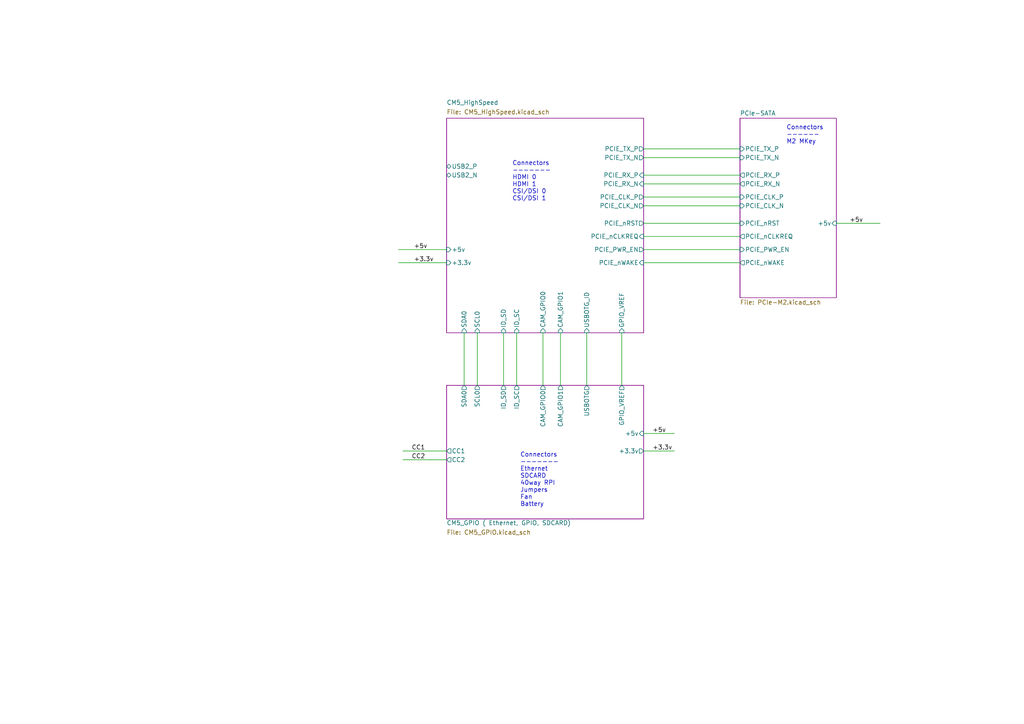
<source format=kicad_sch>
(kicad_sch
	(version 20250114)
	(generator "eeschema")
	(generator_version "9.0")
	(uuid "e63e39d7-6ac0-4ffd-8aa3-1841a4541b55")
	(paper "A4")
	(title_block
		(title "Compute Module 5 IO Board - Top Level")
		(rev "1")
		(company "Copyright © 2024 Raspberry Pi Ltd.")
		(comment 1 "www.raspberrypi.com")
	)
	(lib_symbols)
	(text "Connectors\n-------\nEthernet\nSDCARD\n40way RPI\nJumpers\nFan\nBattery"
		(exclude_from_sim no)
		(at 150.876 147.066 0)
		(effects
			(font
				(size 1.27 1.27)
			)
			(justify left bottom)
		)
		(uuid "3cfcbcc7-4f45-46ab-82a8-c414c7972161")
	)
	(text "Connectors\n------\nM2 MKey"
		(exclude_from_sim no)
		(at 228.092 41.91 0)
		(effects
			(font
				(size 1.27 1.27)
			)
			(justify left bottom)
		)
		(uuid "4d609e7c-74c9-4ae9-a26d-946ff00c167d")
	)
	(text "Connectors\n-------\nHDMI 0\nHDMI 1\nCSI/DSI 0\nCSI/DSI 1"
		(exclude_from_sim no)
		(at 148.59 58.42 0)
		(effects
			(font
				(size 1.27 1.27)
			)
			(justify left bottom)
		)
		(uuid "a501555e-bbc7-4b58-ad89-28a0cd3dd6d0")
	)
	(wire
		(pts
			(xy 115.57 76.2) (xy 129.54 76.2)
		)
		(stroke
			(width 0)
			(type solid)
		)
		(uuid "066d6649-7da9-4473-adde-64635ca5293b")
	)
	(wire
		(pts
			(xy 186.69 130.81) (xy 195.58 130.81)
		)
		(stroke
			(width 0)
			(type default)
		)
		(uuid "0960173d-4d3a-4077-97d1-109a5780d489")
	)
	(wire
		(pts
			(xy 180.34 96.52) (xy 180.34 111.76)
		)
		(stroke
			(width 0)
			(type solid)
		)
		(uuid "0b18ae4b-e508-4f6f-a23a-00f2ca64dfe7")
	)
	(wire
		(pts
			(xy 186.69 53.34) (xy 214.63 53.34)
		)
		(stroke
			(width 0)
			(type solid)
		)
		(uuid "14f9e820-8d3f-4833-ac31-9b9e9028d8dc")
	)
	(wire
		(pts
			(xy 186.69 68.58) (xy 214.63 68.58)
		)
		(stroke
			(width 0)
			(type solid)
		)
		(uuid "213a2af1-412b-47f4-ab3b-c5f43b6be7a6")
	)
	(wire
		(pts
			(xy 134.62 96.52) (xy 134.62 111.76)
		)
		(stroke
			(width 0)
			(type solid)
		)
		(uuid "2bef89de-08c7-4a13-9d85-67948d429ca0")
	)
	(wire
		(pts
			(xy 186.69 43.18) (xy 214.63 43.18)
		)
		(stroke
			(width 0)
			(type solid)
		)
		(uuid "2d6718e7-f18d-444d-9792-ddf1a113460c")
	)
	(wire
		(pts
			(xy 149.86 96.52) (xy 149.86 111.76)
		)
		(stroke
			(width 0)
			(type solid)
		)
		(uuid "44f248e5-7e3d-4277-981e-868f83cad8fe")
	)
	(wire
		(pts
			(xy 138.43 96.52) (xy 138.43 111.76)
		)
		(stroke
			(width 0)
			(type solid)
		)
		(uuid "483f60da-14d7-4f88-8d01-3f9f30784c70")
	)
	(wire
		(pts
			(xy 116.84 133.35) (xy 129.54 133.35)
		)
		(stroke
			(width 0)
			(type default)
		)
		(uuid "532c6793-fcef-48e2-94ae-3d6f4bca00a7")
	)
	(wire
		(pts
			(xy 186.69 57.15) (xy 214.63 57.15)
		)
		(stroke
			(width 0)
			(type solid)
		)
		(uuid "573ee3b8-d265-4b77-9337-75b96bd8afff")
	)
	(wire
		(pts
			(xy 157.48 96.52) (xy 157.48 111.76)
		)
		(stroke
			(width 0)
			(type default)
		)
		(uuid "5922afcb-ab3c-4d70-a05f-51ca3578ed79")
	)
	(wire
		(pts
			(xy 162.56 96.52) (xy 162.56 111.76)
		)
		(stroke
			(width 0)
			(type default)
		)
		(uuid "6d54cba4-381a-41ab-9093-f35a8f554302")
	)
	(wire
		(pts
			(xy 186.69 50.8) (xy 214.63 50.8)
		)
		(stroke
			(width 0)
			(type solid)
		)
		(uuid "71c77456-1405-42e3-95ed-69e629de0558")
	)
	(wire
		(pts
			(xy 170.18 96.52) (xy 170.18 111.76)
		)
		(stroke
			(width 0)
			(type default)
		)
		(uuid "7aaa8496-fa91-4cdd-a95c-0fb4934a563f")
	)
	(wire
		(pts
			(xy 186.69 64.77) (xy 214.63 64.77)
		)
		(stroke
			(width 0)
			(type solid)
		)
		(uuid "7f3eb118-a20c-4239-b800-c9211c66847d")
	)
	(wire
		(pts
			(xy 242.57 64.77) (xy 255.27 64.77)
		)
		(stroke
			(width 0)
			(type solid)
		)
		(uuid "909b030b-fa1a-4fe8-b1ee-422b4d9e23cf")
	)
	(wire
		(pts
			(xy 186.69 72.39) (xy 214.63 72.39)
		)
		(stroke
			(width 0)
			(type default)
		)
		(uuid "a8690438-b6c5-46ae-bc23-906e22bda6c7")
	)
	(wire
		(pts
			(xy 186.69 59.69) (xy 214.63 59.69)
		)
		(stroke
			(width 0)
			(type solid)
		)
		(uuid "b4f385c6-872a-4056-a543-aa8bf444002f")
	)
	(wire
		(pts
			(xy 146.05 96.52) (xy 146.05 111.76)
		)
		(stroke
			(width 0)
			(type solid)
		)
		(uuid "b994142f-02ac-4881-9587-6d3df53c96d2")
	)
	(wire
		(pts
			(xy 186.69 125.73) (xy 195.58 125.73)
		)
		(stroke
			(width 0)
			(type default)
		)
		(uuid "bf0336c2-46fc-4f66-b979-ab598cfb2f81")
	)
	(wire
		(pts
			(xy 116.84 130.81) (xy 129.54 130.81)
		)
		(stroke
			(width 0)
			(type default)
		)
		(uuid "d87ec662-6851-453c-bedf-778aa8c258c8")
	)
	(wire
		(pts
			(xy 115.57 72.39) (xy 129.54 72.39)
		)
		(stroke
			(width 0)
			(type solid)
		)
		(uuid "dcc1b707-1c31-480b-a92c-629b791978dc")
	)
	(wire
		(pts
			(xy 186.69 45.72) (xy 214.63 45.72)
		)
		(stroke
			(width 0)
			(type solid)
		)
		(uuid "f144a97d-c3f0-423f-b0a9-3f7dbc42478b")
	)
	(wire
		(pts
			(xy 186.69 76.2) (xy 214.63 76.2)
		)
		(stroke
			(width 0)
			(type default)
		)
		(uuid "fa92842d-37e8-4687-b4f4-0cfd415b8d84")
	)
	(label "CC1"
		(at 119.38 130.81 0)
		(effects
			(font
				(size 1.27 1.27)
			)
			(justify left bottom)
		)
		(uuid "28c76331-1bb2-429e-88ba-1bacab9de126")
	)
	(label "CC2"
		(at 119.38 133.35 0)
		(effects
			(font
				(size 1.27 1.27)
			)
			(justify left bottom)
		)
		(uuid "472fd7ea-ce2f-4e97-bffc-46e1b7b99dbe")
	)
	(label "+5v"
		(at 246.38 64.77 0)
		(effects
			(font
				(size 1.27 1.27)
			)
			(justify left bottom)
		)
		(uuid "4e66a44f-7fa6-4e16-bf9b-62ec864301a5")
	)
	(label "+5v"
		(at 189.23 125.73 0)
		(effects
			(font
				(size 1.27 1.27)
			)
			(justify left bottom)
		)
		(uuid "55992e35-fe7b-468a-9b7a-1e4dc931b904")
	)
	(label "+5v"
		(at 120.015 72.39 0)
		(effects
			(font
				(size 1.27 1.27)
			)
			(justify left bottom)
		)
		(uuid "5740c959-93d8-47fd-8f68-62f0109e753d")
	)
	(label "+3.3v"
		(at 189.23 130.81 0)
		(effects
			(font
				(size 1.27 1.27)
			)
			(justify left bottom)
		)
		(uuid "a06e8e78-f567-42e6-b645-013b1073ca31")
	)
	(label "+3.3v"
		(at 120.015 76.2 0)
		(effects
			(font
				(size 1.27 1.27)
			)
			(justify left bottom)
		)
		(uuid "c3c93de0-69b1-4a04-8e0b-d78caf487c63")
	)
	(sheet
		(at 129.54 111.76)
		(size 57.15 38.735)
		(exclude_from_sim no)
		(in_bom yes)
		(on_board yes)
		(dnp no)
		(stroke
			(width 0.1524)
			(type solid)
			(color 132 0 132 1)
		)
		(fill
			(color 255 255 255 0.0000)
		)
		(uuid "00000000-0000-0000-0000-00005cff706a")
		(property "Sheetname" "CM5_GPIO ( Ethernet, GPIO, SDCARD)"
			(at 129.54 152.4 0)
			(effects
				(font
					(size 1.27 1.27)
				)
				(justify left bottom)
			)
		)
		(property "Sheetfile" "CM5_GPIO.kicad_sch"
			(at 129.54 153.67 0)
			(effects
				(font
					(size 1.27 1.27)
				)
				(justify left top)
			)
		)
		(pin "ID_SC" output
			(at 149.86 111.76 90)
			(uuid "ac264c30-3e9a-4be2-b97a-9949b68bd497")
			(effects
				(font
					(size 1.27 1.27)
				)
				(justify right)
			)
		)
		(pin "ID_SD" output
			(at 146.05 111.76 90)
			(uuid "54365317-1355-4216-bb75-829375abc4ec")
			(effects
				(font
					(size 1.27 1.27)
				)
				(justify right)
			)
		)
		(pin "SCL0" output
			(at 138.43 111.76 90)
			(uuid "a690fc6c-55d9-47e6-b533-faa4b67e20f3")
			(effects
				(font
					(size 1.27 1.27)
				)
				(justify right)
			)
		)
		(pin "SDA0" output
			(at 134.62 111.76 90)
			(uuid "c144caa5-b0d4-4cef-840a-d4ad178a2102")
			(effects
				(font
					(size 1.27 1.27)
				)
				(justify right)
			)
		)
		(pin "+5v" input
			(at 186.69 125.73 0)
			(uuid "efeac2a2-7682-4dc7-83ee-f6f1b23da506")
			(effects
				(font
					(size 1.27 1.27)
				)
				(justify right)
			)
		)
		(pin "+3.3v" output
			(at 186.69 130.81 0)
			(uuid "5fc27c35-3e1c-4f96-817c-93b5570858a6")
			(effects
				(font
					(size 1.27 1.27)
				)
				(justify right)
			)
		)
		(pin "GPIO_VREF" output
			(at 180.34 111.76 90)
			(uuid "b1086f75-01ba-4188-8d36-75a9e2828ca9")
			(effects
				(font
					(size 1.27 1.27)
				)
				(justify right)
			)
		)
		(pin "CAM_GPIO0" output
			(at 157.48 111.76 90)
			(uuid "faede168-45f9-477a-bb52-53f41b551de8")
			(effects
				(font
					(size 1.27 1.27)
				)
				(justify right)
			)
		)
		(pin "CAM_GPIO1" output
			(at 162.56 111.76 90)
			(uuid "cddfa975-6d49-4b75-a22c-585a33d831c6")
			(effects
				(font
					(size 1.27 1.27)
				)
				(justify right)
			)
		)
		(pin "CC1" output
			(at 129.54 130.81 180)
			(uuid "79a90b88-0173-4019-b6c5-e1009f0c139f")
			(effects
				(font
					(size 1.27 1.27)
				)
				(justify left)
			)
		)
		(pin "USBOTG" output
			(at 170.18 111.76 90)
			(uuid "d6d4dc9c-0e44-420e-8240-37c70ea3c763")
			(effects
				(font
					(size 1.27 1.27)
				)
				(justify right)
			)
		)
		(pin "CC2" output
			(at 129.54 133.35 180)
			(uuid "37882526-c078-4e94-a0b9-fffe82b129e1")
			(effects
				(font
					(size 1.27 1.27)
				)
				(justify left)
			)
		)
		(instances
			(project "CM5IO"
				(path "/e63e39d7-6ac0-4ffd-8aa3-1841a4541b55"
					(page "3")
				)
			)
		)
	)
	(sheet
		(at 129.54 34.29)
		(size 57.15 62.23)
		(exclude_from_sim no)
		(in_bom yes)
		(on_board yes)
		(dnp no)
		(stroke
			(width 0.1524)
			(type solid)
			(color 132 0 132 1)
		)
		(fill
			(color 255 255 255 0.0000)
		)
		(uuid "00000000-0000-0000-0000-00005cff70b1")
		(property "Sheetname" "CM5_HighSpeed"
			(at 129.54 30.48 0)
			(effects
				(font
					(size 1.27 1.27)
				)
				(justify left bottom)
			)
		)
		(property "Sheetfile" "CM5_HighSpeed.kicad_sch"
			(at 129.54 31.75 0)
			(effects
				(font
					(size 1.27 1.27)
				)
				(justify left top)
			)
		)
		(pin "USB2_N" bidirectional
			(at 129.54 50.8 180)
			(uuid "704d6d51-bb34-4cbf-83d8-841e208048d8")
			(effects
				(font
					(size 1.27 1.27)
				)
				(justify left)
			)
		)
		(pin "USB2_P" bidirectional
			(at 129.54 48.26 180)
			(uuid "0eaa98f0-9565-4637-ace3-42a5231b07f7")
			(effects
				(font
					(size 1.27 1.27)
				)
				(justify left)
			)
		)
		(pin "ID_SC" input
			(at 149.86 96.52 270)
			(uuid "181abe7a-f941-42b6-bd46-aaa3131f90fb")
			(effects
				(font
					(size 1.27 1.27)
				)
				(justify left)
			)
		)
		(pin "ID_SD" input
			(at 146.05 96.52 270)
			(uuid "ce83728b-bebd-48c2-8734-b6a50d837931")
			(effects
				(font
					(size 1.27 1.27)
				)
				(justify left)
			)
		)
		(pin "SCL0" input
			(at 138.43 96.52 270)
			(uuid "9340c285-5767-42d5-8b6d-63fe2a40ddf3")
			(effects
				(font
					(size 1.27 1.27)
				)
				(justify left)
			)
		)
		(pin "SDA0" input
			(at 134.62 96.52 270)
			(uuid "1831fb37-1c5d-42c4-b898-151be6fca9dc")
			(effects
				(font
					(size 1.27 1.27)
				)
				(justify left)
			)
		)
		(pin "+5v" input
			(at 129.54 72.39 180)
			(uuid "0f22151c-f260-4674-b486-4710a2c42a55")
			(effects
				(font
					(size 1.27 1.27)
				)
				(justify left)
			)
		)
		(pin "PCIE_CLK_P" output
			(at 186.69 57.15 0)
			(uuid "fe8d9267-7834-48d6-a191-c8724b2ee78d")
			(effects
				(font
					(size 1.27 1.27)
				)
				(justify right)
			)
		)
		(pin "PCIE_CLK_N" output
			(at 186.69 59.69 0)
			(uuid "0b21a65d-d20b-411e-920a-75c343ac5136")
			(effects
				(font
					(size 1.27 1.27)
				)
				(justify right)
			)
		)
		(pin "PCIE_TX_P" output
			(at 186.69 43.18 0)
			(uuid "3cd1bda0-18db-417d-b581-a0c50623df68")
			(effects
				(font
					(size 1.27 1.27)
				)
				(justify right)
			)
		)
		(pin "PCIE_TX_N" output
			(at 186.69 45.72 0)
			(uuid "d57dcfee-5058-4fc2-a68b-05f9a48f685b")
			(effects
				(font
					(size 1.27 1.27)
				)
				(justify right)
			)
		)
		(pin "PCIE_nRST" output
			(at 186.69 64.77 0)
			(uuid "03c52831-5dc5-43c5-a442-8d23643b46fb")
			(effects
				(font
					(size 1.27 1.27)
				)
				(justify right)
			)
		)
		(pin "PCIE_RX_P" input
			(at 186.69 50.8 0)
			(uuid "a1823eb2-fb0d-4ed8-8b96-04184ac3a9d5")
			(effects
				(font
					(size 1.27 1.27)
				)
				(justify right)
			)
		)
		(pin "PCIE_RX_N" input
			(at 186.69 53.34 0)
			(uuid "29e78086-2175-405e-9ba3-c48766d2f50c")
			(effects
				(font
					(size 1.27 1.27)
				)
				(justify right)
			)
		)
		(pin "PCIE_nCLKREQ" input
			(at 186.69 68.58 0)
			(uuid "94a873dc-af67-4ef9-8159-1f7c93eeb3d7")
			(effects
				(font
					(size 1.27 1.27)
				)
				(justify right)
			)
		)
		(pin "+3.3v" input
			(at 129.54 76.2 180)
			(uuid "4c8eb964-bdf4-44de-90e9-e2ab82dd5313")
			(effects
				(font
					(size 1.27 1.27)
				)
				(justify left)
			)
		)
		(pin "USBOTG_ID" input
			(at 170.18 96.52 270)
			(uuid "aa14c3bd-4acc-4908-9d28-228585a22a9d")
			(effects
				(font
					(size 1.27 1.27)
				)
				(justify left)
			)
		)
		(pin "GPIO_VREF" input
			(at 180.34 96.52 270)
			(uuid "9bb20359-0f8b-45bc-9d38-6626ed3a939d")
			(effects
				(font
					(size 1.27 1.27)
				)
				(justify left)
			)
		)
		(pin "PCIE_PWR_EN" output
			(at 186.69 72.39 0)
			(uuid "e445000d-94a3-4ed1-b023-6aae972d0a39")
			(effects
				(font
					(size 1.27 1.27)
				)
				(justify right)
			)
		)
		(pin "PCIE_nWAKE" input
			(at 186.69 76.2 0)
			(uuid "31cb0f66-393a-491f-95aa-c50644299a5d")
			(effects
				(font
					(size 1.27 1.27)
				)
				(justify right)
			)
		)
		(pin "CAM_GPIO0" input
			(at 157.48 96.52 270)
			(uuid "56dce560-5de7-42b0-b27f-87d365226273")
			(effects
				(font
					(size 1.27 1.27)
				)
				(justify left)
			)
		)
		(pin "CAM_GPIO1" input
			(at 162.56 96.52 270)
			(uuid "cc308e1b-5fdf-487c-b567-00ff68875e44")
			(effects
				(font
					(size 1.27 1.27)
				)
				(justify left)
			)
		)
		(instances
			(project "CM5IO"
				(path "/e63e39d7-6ac0-4ffd-8aa3-1841a4541b55"
					(page "2")
				)
			)
		)
	)
	(sheet
		(at 214.63 34.29)
		(size 27.94 52.07)
		(exclude_from_sim no)
		(in_bom yes)
		(on_board yes)
		(dnp no)
		(fields_autoplaced yes)
		(stroke
			(width 0.152)
			(type solid)
			(color 132 0 132 1)
		)
		(fill
			(color 255 255 255 0.0000)
		)
		(uuid "00000000-0000-0000-0000-00005ed4bb5b")
		(property "Sheetname" "PCIe-SATA"
			(at 214.63 33.5786 0)
			(effects
				(font
					(size 1.27 1.27)
				)
				(justify left bottom)
			)
		)
		(property "Sheetfile" "PCIe-M2.kicad_sch"
			(at 214.63 86.9444 0)
			(effects
				(font
					(size 1.27 1.27)
				)
				(justify left top)
			)
		)
		(pin "PCIE_CLK_P" input
			(at 214.63 57.15 180)
			(uuid "ee27d19c-8dca-4ac8-a760-6dfd54d28071")
			(effects
				(font
					(size 1.27 1.27)
				)
				(justify left)
			)
		)
		(pin "PCIE_CLK_N" input
			(at 214.63 59.69 180)
			(uuid "9b0a1687-7e1b-4a04-a30b-c27a072a2949")
			(effects
				(font
					(size 1.27 1.27)
				)
				(justify left)
			)
		)
		(pin "PCIE_TX_P" input
			(at 214.63 43.18 180)
			(uuid "c01d25cd-f4bb-4ef3-b5ea-533a2a4ddb2b")
			(effects
				(font
					(size 1.27 1.27)
				)
				(justify left)
			)
		)
		(pin "PCIE_TX_N" input
			(at 214.63 45.72 180)
			(uuid "9e1b837f-0d34-4a18-9644-9ee68f141f46")
			(effects
				(font
					(size 1.27 1.27)
				)
				(justify left)
			)
		)
		(pin "PCIE_nCLKREQ" output
			(at 214.63 68.58 180)
			(uuid "63ff1c93-3f96-4c33-b498-5dd8c33bccc0")
			(effects
				(font
					(size 1.27 1.27)
				)
				(justify left)
			)
		)
		(pin "PCIE_nRST" input
			(at 214.63 64.77 180)
			(uuid "b88717bd-086f-46cd-9d3f-0396009d0996")
			(effects
				(font
					(size 1.27 1.27)
				)
				(justify left)
			)
		)
		(pin "PCIE_RX_P" output
			(at 214.63 50.8 180)
			(uuid "61fe293f-6808-4b7f-9340-9aaac7054a97")
			(effects
				(font
					(size 1.27 1.27)
				)
				(justify left)
			)
		)
		(pin "PCIE_RX_N" output
			(at 214.63 53.34 180)
			(uuid "2f215f15-3d52-4c91-93e6-3ea03a95622f")
			(effects
				(font
					(size 1.27 1.27)
				)
				(justify left)
			)
		)
		(pin "+5v" input
			(at 242.57 64.77 0)
			(uuid "0217dfc4-fc13-4699-99ad-d9948522648e")
			(effects
				(font
					(size 1.27 1.27)
				)
				(justify right)
			)
		)
		(pin "PCIE_PWR_EN" input
			(at 214.63 72.39 180)
			(uuid "97775b76-6935-4c0f-9fc9-91db55c7f4d2")
			(effects
				(font
					(size 1.27 1.27)
				)
				(justify left)
			)
		)
		(pin "PCIE_nWAKE" output
			(at 214.63 76.2 180)
			(uuid "29caf48f-b190-47ea-a0b4-a078d43caa04")
			(effects
				(font
					(size 1.27 1.27)
				)
				(justify left)
			)
		)
		(instances
			(project "CM5IO"
				(path "/e63e39d7-6ac0-4ffd-8aa3-1841a4541b55"
					(page "4")
				)
			)
		)
	)
	(sheet_instances
		(path "/"
			(page "1")
		)
	)
	(embedded_fonts no)
)

</source>
